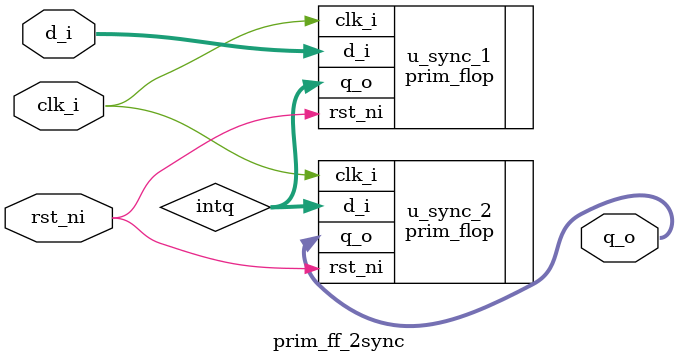
<source format=sv>
module prim_ff_2sync #(
  parameter int               Width      = 16,
  parameter logic [Width-1:0] ResetValue = '0
) (
  input  logic clk_i,
  input  logic rst_ni,
  input  logic [Width-1:0] d_i,
  output logic [Width-1:0] q_o
);

  logic [Width-1:0] d_o;
  logic [Width-1:0] intq;

  prim_flop #(
    .Width(Width),
    .ResetValue(ResetValue)
  ) u_sync_1 (
    .clk_i,
    .rst_ni,
    .d_i(d_i),
    .q_o(intq)
  );

  prim_flop #(
    .Width(Width),
    .ResetValue(ResetValue)
  ) u_sync_2 (
    .clk_i,
    .rst_ni,
    .d_i(intq),
    .q_o
  );

endmodule

</source>
